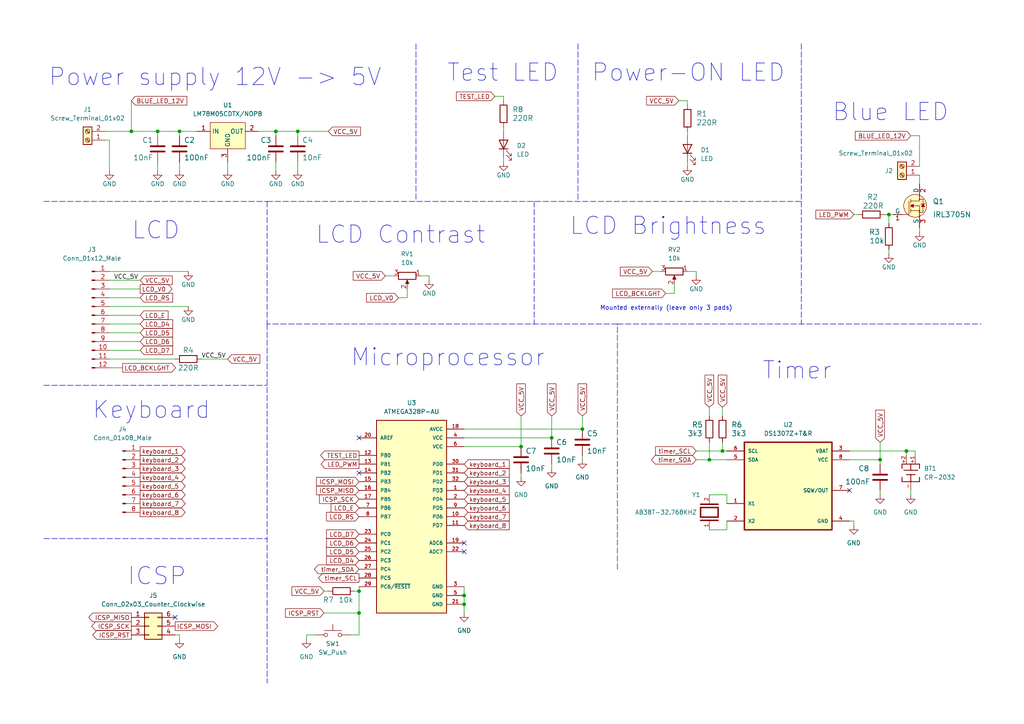
<source format=kicad_sch>
(kicad_sch (version 20211123) (generator eeschema)
  (paper "A4")
  (lib_symbols
    (symbol "Connector:Conn_01x08_Male" (pin_names (offset 1.016) hide)
      (property "Reference" "J" (at 0 10.16 0))
      (property "Value" "Conn_01x08_Male" (at 0 -12.7 0))
      (symbol "Conn_01x08_Male_1_1"
        (polyline (pts (xy 1.27 -10.16) (xy 0.8636 -10.16)) (stroke (width 0.1524)))
        (polyline (pts (xy 1.27 -7.62) (xy 0.8636 -7.62)) (stroke (width 0.1524)))
        (polyline (pts (xy 1.27 -5.08) (xy 0.8636 -5.08)) (stroke (width 0.1524)))
        (polyline (pts (xy 1.27 -2.54) (xy 0.8636 -2.54)) (stroke (width 0.1524)))
        (polyline (pts (xy 1.27 0) (xy 0.8636 0)) (stroke (width 0.1524)))
        (polyline (pts (xy 1.27 2.54) (xy 0.8636 2.54)) (stroke (width 0.1524)))
        (polyline (pts (xy 1.27 5.08) (xy 0.8636 5.08)) (stroke (width 0.1524)))
        (polyline (pts (xy 1.27 7.62) (xy 0.8636 7.62)) (stroke (width 0.1524)))
        (rectangle (start 0.8636 -10.033) (end 0 -10.287) (stroke (width 0.1524)) (fill (type outline)))
        (rectangle (start 0.8636 -7.493) (end 0 -7.747) (stroke (width 0.1524)) (fill (type outline)))
        (rectangle (start 0.8636 -4.953) (end 0 -5.207) (stroke (width 0.1524)) (fill (type outline)))
        (rectangle (start 0.8636 -2.413) (end 0 -2.667) (stroke (width 0.1524)) (fill (type outline)))
        (rectangle (start 0.8636 0.127) (end 0 -0.127) (stroke (width 0.1524)) (fill (type outline)))
        (rectangle (start 0.8636 2.667) (end 0 2.413) (stroke (width 0.1524)) (fill (type outline)))
        (rectangle (start 0.8636 5.207) (end 0 4.953) (stroke (width 0.1524)) (fill (type outline)))
        (rectangle (start 0.8636 7.747) (end 0 7.493) (stroke (width 0.1524)) (fill (type outline)))
        (pin passive line (at 5.08 7.62 180) (length 3.81) (name "Pin_1") (number "1"))
        (pin passive line (at 5.08 5.08 180) (length 3.81) (name "Pin_2") (number "2"))
        (pin passive line (at 5.08 2.54 180) (length 3.81) (name "Pin_3") (number "3"))
        (pin passive line (at 5.08 0 180) (length 3.81) (name "Pin_4") (number "4"))
        (pin passive line (at 5.08 -2.54 180) (length 3.81) (name "Pin_5") (number "5"))
        (pin passive line (at 5.08 -5.08 180) (length 3.81) (name "Pin_6") (number "6"))
        (pin passive line (at 5.08 -7.62 180) (length 3.81) (name "Pin_7") (number "7"))
        (pin passive line (at 5.08 -10.16 180) (length 3.81) (name "Pin_8") (number "8"))
      )
    )
    (symbol "Connector:Conn_01x12_Male" (pin_names (offset 1.016) hide)
      (property "Reference" "J" (at 0 15.24 0))
      (property "Value" "Conn_01x12_Male" (at 0 -17.78 0))
      (symbol "Conn_01x12_Male_1_1"
        (polyline (pts (xy 1.27 -15.24) (xy 0.8636 -15.24)) (stroke (width 0.1524)))
        (polyline (pts (xy 1.27 -12.7) (xy 0.8636 -12.7)) (stroke (width 0.1524)))
        (polyline (pts (xy 1.27 -10.16) (xy 0.8636 -10.16)) (stroke (width 0.1524)))
        (polyline (pts (xy 1.27 -7.62) (xy 0.8636 -7.62)) (stroke (width 0.1524)))
        (polyline (pts (xy 1.27 -5.08) (xy 0.8636 -5.08)) (stroke (width 0.1524)))
        (polyline (pts (xy 1.27 -2.54) (xy 0.8636 -2.54)) (stroke (width 0.1524)))
        (polyline (pts (xy 1.27 0) (xy 0.8636 0)) (stroke (width 0.1524)))
        (polyline (pts (xy 1.27 2.54) (xy 0.8636 2.54)) (stroke (width 0.1524)))
        (polyline (pts (xy 1.27 5.08) (xy 0.8636 5.08)) (stroke (width 0.1524)))
        (polyline (pts (xy 1.27 7.62) (xy 0.8636 7.62)) (stroke (width 0.1524)))
        (polyline (pts (xy 1.27 10.16) (xy 0.8636 10.16)) (stroke (width 0.1524)))
        (polyline (pts (xy 1.27 12.7) (xy 0.8636 12.7)) (stroke (width 0.1524)))
        (rectangle (start 0.8636 -15.113) (end 0 -15.367) (stroke (width 0.1524)) (fill (type outline)))
        (rectangle (start 0.8636 -12.573) (end 0 -12.827) (stroke (width 0.1524)) (fill (type outline)))
        (rectangle (start 0.8636 -10.033) (end 0 -10.287) (stroke (width 0.1524)) (fill (type outline)))
        (rectangle (start 0.8636 -7.493) (end 0 -7.747) (stroke (width 0.1524)) (fill (type outline)))
        (rectangle (start 0.8636 -4.953) (end 0 -5.207) (stroke (width 0.1524)) (fill (type outline)))
        (rectangle (start 0.8636 -2.413) (end 0 -2.667) (stroke (width 0.1524)) (fill (type outline)))
        (rectangle (start 0.8636 0.127) (end 0 -0.127) (stroke (width 0.1524)) (fill (type outline)))
        (rectangle (start 0.8636 2.667) (end 0 2.413) (stroke (width 0.1524)) (fill (type outline)))
        (rectangle (start 0.8636 5.207) (end 0 4.953) (stroke (width 0.1524)) (fill (type outline)))
        (rectangle (start 0.8636 7.747) (end 0 7.493) (stroke (width 0.1524)) (fill (type outline)))
        (rectangle (start 0.8636 10.287) (end 0 10.033) (stroke (width 0.1524)) (fill (type outline)))
        (rectangle (start 0.8636 12.827) (end 0 12.573) (stroke (width 0.1524)) (fill (type outline)))
        (pin passive line (at 5.08 12.7 180) (length 3.81) (name "Pin_1") (number "1"))
        (pin passive line (at 5.08 -10.16 180) (length 3.81) (name "Pin_10") (number "10"))
        (pin passive line (at 5.08 -12.7 180) (length 3.81) (name "Pin_11") (number "11"))
        (pin passive line (at 5.08 -15.24 180) (length 3.81) (name "Pin_12") (number "12"))
        (pin passive line (at 5.08 10.16 180) (length 3.81) (name "Pin_2") (number "2"))
        (pin passive line (at 5.08 7.62 180) (length 3.81) (name "Pin_3") (number "3"))
        (pin passive line (at 5.08 5.08 180) (length 3.81) (name "Pin_4") (number "4"))
        (pin passive line (at 5.08 2.54 180) (length 3.81) (name "Pin_5") (number "5"))
        (pin passive line (at 5.08 0 180) (length 3.81) (name "Pin_6") (number "6"))
        (pin passive line (at 5.08 -2.54 180) (length 3.81) (name "Pin_7") (number "7"))
        (pin passive line (at 5.08 -5.08 180) (length 3.81) (name "Pin_8") (number "8"))
        (pin passive line (at 5.08 -7.62 180) (length 3.81) (name "Pin_9") (number "9"))
      )
    )
    (symbol "Connector:Screw_Terminal_01x02" (pin_names (offset 1.016) hide)
      (property "Reference" "J" (at 0 2.54 0))
      (property "Value" "Screw_Terminal_01x02" (at 0 -5.08 0))
      (symbol "Screw_Terminal_01x02_1_1"
        (rectangle (start -1.27 1.27) (end 1.27 -3.81) (stroke (width 0.254)) (fill (type background)))
        (circle (center 0 -2.54) (radius 0.635) (stroke (width 0.1524)))
        (polyline (pts (xy -0.5334 -2.2098) (xy 0.3302 -3.048)) (stroke (width 0.1524)))
        (polyline (pts (xy -0.5334 0.3302) (xy 0.3302 -0.508)) (stroke (width 0.1524)))
        (polyline (pts (xy -0.3556 -2.032) (xy 0.508 -2.8702)) (stroke (width 0.1524)))
        (polyline (pts (xy -0.3556 0.508) (xy 0.508 -0.3302)) (stroke (width 0.1524)))
        (circle (center 0 0) (radius 0.635) (stroke (width 0.1524)))
        (pin passive line (at -5.08 0 0) (length 3.81) (name "Pin_1") (number "1"))
        (pin passive line (at -5.08 -2.54 0) (length 3.81) (name "Pin_2") (number "2"))
      )
    )
    (symbol "Connector_Generic:Conn_02x03_Counter_Clockwise" (pin_names (offset 1.016) hide)
      (property "Reference" "J" (at 1.27 5.08 0))
      (property "Value" "Conn_02x03_Counter_Clockwise" (at 1.27 -5.08 0))
      (symbol "Conn_02x03_Counter_Clockwise_1_1"
        (rectangle (start -1.27 -2.413) (end 0 -2.667) (stroke (width 0.1524)))
        (rectangle (start -1.27 0.127) (end 0 -0.127) (stroke (width 0.1524)))
        (rectangle (start -1.27 2.667) (end 0 2.413) (stroke (width 0.1524)))
        (rectangle (start -1.27 3.81) (end 3.81 -3.81) (stroke (width 0.254)) (fill (type background)))
        (rectangle (start 3.81 -2.413) (end 2.54 -2.667) (stroke (width 0.1524)))
        (rectangle (start 3.81 0.127) (end 2.54 -0.127) (stroke (width 0.1524)))
        (rectangle (start 3.81 2.667) (end 2.54 2.413) (stroke (width 0.1524)))
        (pin passive line (at -5.08 2.54 0) (length 3.81) (name "Pin_1") (number "1"))
        (pin passive line (at -5.08 0 0) (length 3.81) (name "Pin_2") (number "2"))
        (pin passive line (at -5.08 -2.54 0) (length 3.81) (name "Pin_3") (number "3"))
        (pin passive line (at 7.62 -2.54 180) (length 3.81) (name "Pin_4") (number "4"))
        (pin passive line (at 7.62 0 180) (length 3.81) (name "Pin_5") (number "5"))
        (pin passive line (at 7.62 2.54 180) (length 3.81) (name "Pin_6") (number "6"))
      )
    )
    (symbol "Device:LED" (pin_numbers hide) (pin_names (offset 1.016) hide)
      (property "Reference" "D" (at 0 2.54 0))
      (property "Value" "LED" (at 0 -2.54 0))
      (symbol "LED_0_1"
        (polyline (pts (xy -1.27 -1.27) (xy -1.27 1.27)) (stroke (width 0.254)))
        (polyline (pts (xy -1.27 0) (xy 1.27 0)))
        (polyline (pts (xy 1.27 -1.27) (xy 1.27 1.27) (xy -1.27 0) (xy 1.27 -1.27)) (stroke (width 0.254)))
        (polyline (pts (xy -3.048 -0.762) (xy -4.572 -2.286) (xy -3.81 -2.286) (xy -4.572 -2.286) (xy -4.572 -1.524)))
        (polyline (pts (xy -1.778 -0.762) (xy -3.302 -2.286) (xy -2.54 -2.286) (xy -3.302 -2.286) (xy -3.302 -1.524)))
      )
      (symbol "LED_1_1"
        (pin passive line (at -3.81 0 0) (length 2.54) (name "K") (number "1"))
        (pin passive line (at 3.81 0 180) (length 2.54) (name "A") (number "2"))
      )
    )
    (symbol "Device:R_Potentiometer" (pin_names (offset 1.016) hide)
      (property "Reference" "RV" (at -4.445 0 90))
      (property "Value" "R_Potentiometer" (at -2.54 0 90))
      (symbol "R_Potentiometer_0_1"
        (polyline (pts (xy 2.54 0) (xy 1.524 0)))
        (polyline (pts (xy 1.143 0) (xy 2.286 0.508) (xy 2.286 -0.508) (xy 1.143 0)) (fill (type outline)))
        (rectangle (start 1.016 2.54) (end -1.016 -2.54) (stroke (width 0.254)))
      )
      (symbol "R_Potentiometer_1_1"
        (pin passive line (at 0 3.81 270) (length 1.27) (name "1") (number "1"))
        (pin passive line (at 3.81 0 180) (length 1.27) (name "2") (number "2"))
        (pin passive line (at 0 -3.81 90) (length 1.27) (name "3") (number "3"))
      )
    )
    (symbol "Switch:SW_Push" (pin_numbers hide) (pin_names (offset 1.016) hide)
      (property "Reference" "SW" (at 1.27 2.54 0))
      (property "Value" "SW_Push" (at 0 -1.524 0))
      (symbol "SW_Push_0_1"
        (circle (center -2.032 0) (radius 0.508))
        (polyline (pts (xy 0 1.27) (xy 0 3.048)))
        (polyline (pts (xy 2.54 1.27) (xy -2.54 1.27)))
        (circle (center 2.032 0) (radius 0.508))
        (pin passive line (at -5.08 0 0) (length 2.54) (name "1") (number "1"))
        (pin passive line (at 5.08 0 180) (length 2.54) (name "2") (number "2"))
      )
    )
    (symbol "iridiumAVR:ATMEGA328P-AU" (pin_names (offset 1.016))
      (property "Reference" "U" (at -10.1755 29.2546 0))
      (property "Value" "ATMEGA328P-AU" (at -10.1669 -31.7714 0))
      (symbol "ATMEGA328P-AU_0_0"
        (rectangle (start -10.16 -27.94) (end 10.16 27.94) (stroke (width 0.254)) (fill (type background)))
        (pin bidirectional line (at 15.24 7.62 180) (length 5.08) (name "PD3") (number "1"))
        (pin bidirectional line (at 15.24 0 180) (length 5.08) (name "PD6") (number "10"))
        (pin bidirectional line (at 15.24 -2.54 180) (length 5.08) (name "PD7") (number "11"))
        (pin bidirectional line (at -15.24 17.78 0) (length 5.08) (name "PB0") (number "12"))
        (pin bidirectional line (at -15.24 15.24 0) (length 5.08) (name "PB1") (number "13"))
        (pin bidirectional line (at -15.24 12.7 0) (length 5.08) (name "PB2") (number "14"))
        (pin bidirectional line (at -15.24 10.16 0) (length 5.08) (name "PB3") (number "15"))
        (pin bidirectional line (at -15.24 7.62 0) (length 5.08) (name "PB4") (number "16"))
        (pin bidirectional line (at -15.24 5.08 0) (length 5.08) (name "PB5") (number "17"))
        (pin power_in line (at 15.24 25.4 180) (length 5.08) (name "AVCC") (number "18"))
        (pin bidirectional line (at 15.24 -7.62 180) (length 5.08) (name "ADC6") (number "19"))
        (pin bidirectional line (at 15.24 5.08 180) (length 5.08) (name "PD4") (number "2"))
        (pin input line (at -15.24 22.86 0) (length 5.08) (name "AREF") (number "20"))
        (pin power_in line (at 15.24 -25.4 180) (length 5.08) (name "GND") (number "21"))
        (pin bidirectional line (at 15.24 -10.16 180) (length 5.08) (name "ADC7") (number "22"))
        (pin bidirectional line (at -15.24 -5.08 0) (length 5.08) (name "PC0") (number "23"))
        (pin bidirectional line (at -15.24 -7.62 0) (length 5.08) (name "PC1") (number "24"))
        (pin bidirectional line (at -15.24 -10.16 0) (length 5.08) (name "PC2") (number "25"))
        (pin bidirectional line (at -15.24 -12.7 0) (length 5.08) (name "PC3") (number "26"))
        (pin bidirectional line (at -15.24 -15.24 0) (length 5.08) (name "PC4") (number "27"))
        (pin bidirectional line (at -15.24 -17.78 0) (length 5.08) (name "PC5") (number "28"))
        (pin bidirectional line (at -15.24 -20.32 0) (length 5.08) (name "PC6/~{RESET}") (number "29"))
        (pin power_in line (at 15.24 -20.32 180) (length 5.08) (name "GND") (number "3"))
        (pin bidirectional line (at 15.24 15.24 180) (length 5.08) (name "PD0") (number "30"))
        (pin bidirectional line (at 15.24 12.7 180) (length 5.08) (name "PD1") (number "31"))
        (pin bidirectional line (at 15.24 10.16 180) (length 5.08) (name "PD2") (number "32"))
        (pin power_in line (at 15.24 22.86 180) (length 5.08) (name "VCC") (number "4"))
        (pin power_in line (at 15.24 -22.86 180) (length 5.08) (name "GND") (number "5"))
        (pin power_in line (at 15.24 20.32 180) (length 5.08) (name "VCC") (number "6"))
        (pin bidirectional line (at -15.24 2.54 0) (length 5.08) (name "PB6") (number "7"))
        (pin bidirectional line (at -15.24 0 0) (length 5.08) (name "PB7") (number "8"))
        (pin bidirectional line (at 15.24 2.54 180) (length 5.08) (name "PD5") (number "9"))
      )
    )
    (symbol "iridiumCapacitorsSMD:C_0402" (pin_names (offset 0))
      (property "Reference" "C" (at -1.397 3.429 0))
      (property "Value" "C_0402" (at 0 -3.81 0))
      (symbol "C_0402_1_1"
        (polyline (pts (xy -2.032 -0.762) (xy 2.032 -0.762)) (stroke (width 0.508)))
        (polyline (pts (xy -2.032 0.762) (xy 2.032 0.762)) (stroke (width 0.508)))
        (pin passive line (at 0 3.81 270) (length 2.794) (name "~") (number "1"))
        (pin passive line (at 0 -3.81 90) (length 2.794) (name "~") (number "2"))
      )
    )
    (symbol "iridiumLinearVoltageRegulators:LM78M05CDTX{slash}NOPB"
      (property "Reference" "U" (at 0 7.62 0))
      (property "Value" "LM78M05CDTX{slash}NOPB" (at 0 5.08 0))
      (symbol "LM78M05CDTX{slash}NOPB_0_1"
        (rectangle (start -5.08 3.81) (end 5.08 -3.81) (fill (type background)))
      )
      (symbol "LM78M05CDTX{slash}NOPB_1_1"
        (pin input line (at -8.89 1.27 0) (length 3.81) (name "IN") (number "1"))
        (pin output line (at 8.89 1.27 180) (length 3.81) (name "OUT") (number "2"))
        (pin input line (at 0 -7.62 90) (length 3.81) (name "GND") (number "3"))
      )
    )
    (symbol "iridiumOscillators:AB38T-32.768KHZ" (pin_names (offset 1.016))
      (property "Reference" "Y" (at -5.0878 3.8159 0))
      (property "Value" "AB38T-32.768KHZ" (at -7.62 -5.08 0))
      (symbol "AB38T-32.768KHZ_0_0"
        (polyline (pts (xy -2.3368 2.54) (xy -2.3368 -2.54)) (stroke (width 0.4064)))
        (polyline (pts (xy -1.397 2.54) (xy -1.397 -2.54)) (stroke (width 0.4064)))
        (polyline (pts (xy -1.397 2.54) (xy 1.397 2.54)) (stroke (width 0.4064)))
        (polyline (pts (xy 1.397 -2.54) (xy -1.397 -2.54)) (stroke (width 0.4064)))
        (polyline (pts (xy 1.397 2.54) (xy 1.397 -2.54)) (stroke (width 0.4064)))
        (polyline (pts (xy 2.3368 2.54) (xy 2.3368 -2.54)) (stroke (width 0.4064)))
        (pin passive line (at -5.08 0 0) (length 2.54) (name "~") (number "1"))
        (pin passive line (at 5.08 0 180) (length 2.54) (name "~") (number "2"))
      )
    )
    (symbol "iridiumPower:CR-2032" (pin_names (offset 1.016))
      (property "Reference" "BT" (at -2.5413 3.3037 0))
      (property "Value" "CR-2032" (at -2.5428 -5.0855 0))
      (symbol "CR-2032_0_0"
        (polyline (pts (xy -2.54 -2.54) (xy -1.27 -2.54)) (stroke (width 0.254)))
        (polyline (pts (xy -2.54 0) (xy -2.54 -2.54)) (stroke (width 0.254)))
        (polyline (pts (xy -2.54 0) (xy -0.762 0)) (stroke (width 0.254)))
        (polyline (pts (xy -2.54 2.54) (xy -2.54 0)) (stroke (width 0.254)))
        (polyline (pts (xy -1.27 2.54) (xy -2.54 2.54)) (stroke (width 0.254)))
        (polyline (pts (xy -0.762 2.032) (xy -0.762 -2.032)) (stroke (width 0.254)))
        (polyline (pts (xy 0.508 0) (xy 0.508 -1.27)) (stroke (width 0.254)))
        (polyline (pts (xy 0.508 0) (xy 2.54 0)) (stroke (width 0.254)))
        (polyline (pts (xy 0.508 1.27) (xy 0.508 0)) (stroke (width 0.254)))
        (polyline (pts (xy 1.27 2.54) (xy 2.54 2.54)) (stroke (width 0.254)))
        (polyline (pts (xy 2.54 -2.54) (xy 1.27 -2.54)) (stroke (width 0.254)))
        (polyline (pts (xy 2.54 0) (xy 2.54 -2.54)) (stroke (width 0.254)))
        (polyline (pts (xy 2.54 2.54) (xy 2.54 0)) (stroke (width 0.254)))
        (pin passive line (at -5.08 1.27 0) (length 2.54) (name "~") (number "+1"))
        (pin passive line (at -5.08 -1.27 0) (length 2.54) (name "~") (number "+2"))
        (pin passive line (at 5.08 0 180) (length 2.54) (name "~") (number "-"))
      )
    )
    (symbol "iridiumResistorsSMD:R_0402" (pin_names (offset 0))
      (property "Reference" "R" (at -1.397 3.429 0))
      (property "Value" "R_0402" (at 0 -3.81 0))
      (symbol "R_0402_1_1"
        (rectangle (start 2.54 -1.016) (end -2.54 1.016) (stroke (width 0.254)))
        (pin passive line (at -3.81 0 0) (length 1.27) (name "~") (number "1"))
        (pin passive line (at 3.81 0 180) (length 1.27) (name "~") (number "2"))
      )
    )
    (symbol "iridiumSensors:DS1307Z+T&R" (pin_names (offset 1.016))
      (property "Reference" "U" (at -12.7 13.7 0))
      (property "Value" "DS1307Z+T&R" (at -12.7 -16.7 0))
      (symbol "DS1307Z+T&R_0_0"
        (rectangle (start -12.7 -12.7) (end 12.7 12.7) (stroke (width 0.41)) (fill (type background)))
        (pin input line (at -17.78 -5.08 0) (length 5.08) (name "X1") (number "1"))
        (pin output line (at -17.78 -10.16 0) (length 5.08) (name "X2") (number "2"))
        (pin power_in line (at 17.78 10.16 180) (length 5.08) (name "VBAT") (number "3"))
        (pin power_in line (at 17.78 -10.16 180) (length 5.08) (name "GND") (number "4"))
        (pin bidirectional line (at -17.78 7.62 0) (length 5.08) (name "SDA") (number "5"))
        (pin input line (at -17.78 10.16 0) (length 5.08) (name "SCL") (number "6"))
        (pin output line (at 17.78 -1.27 180) (length 5.08) (name "SQW/OUT") (number "7"))
        (pin power_in line (at 17.78 7.62 180) (length 5.08) (name "VCC") (number "8"))
      )
    )
    (symbol "iridiumTransistorsMOSFETs:IRL3705N" (pin_names (offset 0))
      (property "Reference" "Q" (at -2.6924 3.6322 0))
      (property "Value" "IRL3705N" (at 3.4544 0 90))
      (symbol "IRL3705N_0_1"
        (circle (center -1.27 0) (radius 3.302) (fill (type background)))
        (circle (center 0 -1.905) (radius 0.127))
        (circle (center 0 -1.397) (radius 0.127))
        (polyline (pts (xy 0 -1.397) (xy -2.54 -1.397)))
        (polyline (pts (xy 0.508 0.508) (xy 0.3556 0.3556)))
        (polyline (pts (xy 1.524 0.508) (xy 1.6764 0.6604)))
        (polyline (pts (xy -5.08 -2.54) (xy -3.048 -2.54) (xy -3.048 1.397)))
        (polyline (pts (xy 0 -2.54) (xy 0 0) (xy -2.54 0)))
        (polyline (pts (xy 0 2.54) (xy 0 1.397) (xy -2.54 1.397)))
        (polyline (pts (xy -0.127 -1.905) (xy 1.016 -1.905) (xy 1.016 1.397) (xy 1.016 1.905) (xy -0.127 1.905)))
        (circle (center 0 1.905) (radius 0.127))
      )
      (symbol "IRL3705N_1_1"
        (polyline (pts (xy -2.54 -1.397) (xy -2.54 -1.905)))
        (polyline (pts (xy -2.54 -1.397) (xy -2.54 -0.889)))
        (polyline (pts (xy -2.54 0) (xy -2.54 -0.508)))
        (polyline (pts (xy -2.54 0) (xy -2.54 0.508)))
        (polyline (pts (xy -2.54 1.905) (xy -2.54 0.889)))
        (polyline (pts (xy 1.524 0.508) (xy 0.508 0.508)))
        (polyline (pts (xy -2.54 0) (xy -1.778 0.508) (xy -1.778 -0.508) (xy -2.54 0)) (fill (type outline)))
        (polyline (pts (xy 1.016 0.508) (xy 0.508 -0.254) (xy 1.524 -0.254) (xy 1.016 0.508)) (fill (type outline)))
        (pin bidirectional line (at -7.62 -2.54 0) (length 2.54) (name "G") (number "1"))
        (pin bidirectional line (at 0 6.35 270) (length 3.81) (name "D") (number "2"))
        (pin bidirectional line (at 0 -6.35 90) (length 3.81) (name "S") (number "3"))
      )
    )
    (symbol "power:GND" (power) (pin_names (offset 0))
      (property "Value" "GND" (at 0 -3.81 0))
      (symbol "GND_0_1"
        (polyline (pts (xy 0 0) (xy 0 -1.27) (xy 1.27 -1.27) (xy 0 -2.54) (xy -1.27 -1.27) (xy 0 -1.27)))
      )
      (symbol "GND_1_1"
        (pin power_in line (at 0 0 270) (length 0) hide (name "GND") (number "1"))
      )
    )
  )
  (junction (at 209.55 130.81))
  (junction (at 151.13 129.54))
  (junction (at 257.81 62.23))
  (junction (at 160.02 127))
  (junction (at 45.72 38.1))
  (junction (at 134.62 172.72))
  (junction (at 86.36 38.1))
  (junction (at 38.1 38.1))
  (junction (at 262.89 130.81))
  (junction (at 104.14 171.45))
  (junction (at 255.27 133.35))
  (junction (at 205.74 133.35))
  (junction (at 168.91 124.46))
  (junction (at 80.01 38.1))
  (junction (at 52.07 38.1))
  (junction (at 134.62 175.26))
  (junction (at 104.14 177.8))
  (no_connect (at 104.14 127))
  (no_connect (at 246.38 142.24))
  (no_connect (at 50.8 179.07))
  (no_connect (at 134.62 160.02))
  (no_connect (at 134.62 157.48))
  (no_connect (at 104.14 137.16))
  (wire (pts (xy 31.75 40.64) (xy 31.75 49.53)))
  (wire (pts (xy 31.75 104.14) (xy 50.8 104.14)))
  (wire (pts (xy 134.62 170.18) (xy 134.62 172.72)))
  (wire (pts (xy 104.14 177.8) (xy 104.14 184.15)))
  (wire (pts (xy 146.05 36.83) (xy 146.05 38.1)))
  (wire (pts (xy 102.87 171.45) (xy 104.14 171.45)))
  (wire (pts (xy 118.11 86.36) (xy 115.57 86.36)))
  (wire (pts (xy 199.39 78.74) (xy 201.93 78.74)))
  (wire (pts (xy 52.07 38.1) (xy 57.15 38.1)))
  (wire (pts (xy 58.42 104.14) (xy 66.04 104.14)))
  (wire (pts (xy 264.16 39.37) (xy 266.7 39.37)))
  (wire (pts (xy 104.14 170.18) (xy 104.14 171.45)))
  (wire (pts (xy 266.7 66.04) (xy 266.7 67.31)))
  (wire (pts (xy 134.62 175.26) (xy 134.62 177.8)))
  (wire (pts (xy 257.81 62.23) (xy 259.08 62.23)))
  (wire (pts (xy 146.05 27.94) (xy 146.05 29.21)))
  (wire (pts (xy 80.01 38.1) (xy 86.36 38.1)))
  (wire (pts (xy 31.75 86.36) (xy 40.64 86.36)))
  (wire (pts (xy 30.48 38.1) (xy 38.1 38.1)))
  (wire (pts (xy 247.65 62.23) (xy 248.92 62.23)))
  (wire (pts (xy 168.91 120.65) (xy 168.91 124.46)))
  (wire (pts (xy 209.55 128.27) (xy 209.55 130.81)))
  (wire (pts (xy 104.14 171.45) (xy 104.14 177.8)))
  (wire (pts (xy 246.38 130.81) (xy 262.89 130.81)))
  (wire (pts (xy 195.58 85.09) (xy 193.04 85.09)))
  (wire (pts (xy 31.75 88.9) (xy 54.61 88.9)))
  (wire (pts (xy 31.75 81.28) (xy 40.64 81.28)))
  (wire (pts (xy 45.72 38.1) (xy 45.72 39.37)))
  (wire (pts (xy 80.01 38.1) (xy 80.01 39.37)))
  (wire (pts (xy 31.75 78.74) (xy 54.61 78.74)))
  (polyline (pts (xy 12.7 58.42) (xy 77.47 58.42)))
  (wire (pts (xy 201.93 78.74) (xy 201.93 80.01)))
  (wire (pts (xy 151.13 120.65) (xy 151.13 129.54)))
  (polyline (pts (xy 154.94 58.42) (xy 154.94 93.98)))
  (wire (pts (xy 124.46 80.01) (xy 124.46 81.28)))
  (wire (pts (xy 134.62 124.46) (xy 168.91 124.46)))
  (wire (pts (xy 52.07 46.99) (xy 52.07 49.53)))
  (wire (pts (xy 195.58 82.55) (xy 195.58 85.09)))
  (wire (pts (xy 86.36 46.99) (xy 86.36 49.53)))
  (wire (pts (xy 104.14 184.15) (xy 101.6 184.15)))
  (wire (pts (xy 50.8 184.15) (xy 52.07 184.15)))
  (wire (pts (xy 247.65 151.13) (xy 247.65 152.4)))
  (polyline (pts (xy 120.65 12.7) (xy 120.65 58.42)))
  (wire (pts (xy 255.27 133.35) (xy 255.27 134.62)))
  (wire (pts (xy 134.62 172.72) (xy 134.62 175.26)))
  (wire (pts (xy 121.92 80.01) (xy 124.46 80.01)))
  (wire (pts (xy 31.75 101.6) (xy 40.64 101.6)))
  (wire (pts (xy 210.82 153.67) (xy 205.74 153.67)))
  (wire (pts (xy 199.39 46.99) (xy 199.39 48.26)))
  (wire (pts (xy 91.44 184.15) (xy 88.9 184.15)))
  (wire (pts (xy 205.74 133.35) (xy 210.82 133.35)))
  (wire (pts (xy 93.98 171.45) (xy 95.25 171.45)))
  (wire (pts (xy 151.13 137.16) (xy 151.13 138.43)))
  (wire (pts (xy 45.72 46.99) (xy 45.72 49.53)))
  (wire (pts (xy 210.82 146.05) (xy 210.82 143.51)))
  (wire (pts (xy 209.55 130.81) (xy 210.82 130.81)))
  (wire (pts (xy 205.74 128.27) (xy 205.74 133.35)))
  (wire (pts (xy 45.72 38.1) (xy 52.07 38.1)))
  (wire (pts (xy 66.04 46.99) (xy 66.04 49.53)))
  (wire (pts (xy 52.07 184.15) (xy 52.07 185.42)))
  (polyline (pts (xy 179.07 93.98) (xy 284.48 93.98)))
  (wire (pts (xy 38.1 38.1) (xy 45.72 38.1)))
  (wire (pts (xy 201.93 130.81) (xy 209.55 130.81)))
  (wire (pts (xy 210.82 151.13) (xy 210.82 153.67)))
  (wire (pts (xy 143.51 27.94) (xy 146.05 27.94)))
  (wire (pts (xy 189.23 78.74) (xy 191.77 78.74)))
  (wire (pts (xy 86.36 38.1) (xy 86.36 39.37)))
  (polyline (pts (xy 232.41 12.7) (xy 232.41 93.98)))
  (wire (pts (xy 209.55 118.11) (xy 209.55 120.65)))
  (wire (pts (xy 134.62 127) (xy 160.02 127)))
  (polyline (pts (xy 12.7 156.21) (xy 77.47 156.21)))
  (polyline (pts (xy 179.07 165.1) (xy 179.07 93.98)))
  (wire (pts (xy 74.93 38.1) (xy 80.01 38.1)))
  (wire (pts (xy 256.54 62.23) (xy 257.81 62.23)))
  (wire (pts (xy 199.39 38.1) (xy 199.39 39.37)))
  (wire (pts (xy 257.81 72.39) (xy 257.81 73.66)))
  (wire (pts (xy 196.85 29.21) (xy 199.39 29.21)))
  (wire (pts (xy 86.36 38.1) (xy 95.25 38.1)))
  (polyline (pts (xy 12.7 111.76) (xy 77.47 111.76)))
  (wire (pts (xy 168.91 132.08) (xy 168.91 133.35)))
  (wire (pts (xy 30.48 40.64) (xy 31.75 40.64)))
  (wire (pts (xy 134.62 129.54) (xy 151.13 129.54)))
  (wire (pts (xy 210.82 143.51) (xy 205.74 143.51)))
  (wire (pts (xy 118.11 83.82) (xy 118.11 86.36)))
  (wire (pts (xy 257.81 62.23) (xy 257.81 64.77)))
  (wire (pts (xy 201.93 133.35) (xy 205.74 133.35)))
  (wire (pts (xy 246.38 151.13) (xy 247.65 151.13)))
  (wire (pts (xy 31.75 83.82) (xy 40.64 83.82)))
  (wire (pts (xy 80.01 46.99) (xy 80.01 49.53)))
  (wire (pts (xy 31.75 106.68) (xy 35.56 106.68)))
  (polyline (pts (xy 77.47 58.42) (xy 77.47 93.98)))
  (wire (pts (xy 255.27 142.24) (xy 255.27 143.51)))
  (polyline (pts (xy 77.47 58.42) (xy 232.41 58.42)))
  (wire (pts (xy 88.9 184.15) (xy 88.9 185.42)))
  (wire (pts (xy 199.39 29.21) (xy 199.39 30.48)))
  (polyline (pts (xy 167.64 12.7) (xy 167.64 58.42)))
  (wire (pts (xy 262.89 130.81) (xy 265.43 130.81)))
  (wire (pts (xy 31.75 93.98) (xy 40.64 93.98)))
  (wire (pts (xy 93.98 177.8) (xy 104.14 177.8)))
  (wire (pts (xy 31.75 99.06) (xy 40.64 99.06)))
  (wire (pts (xy 255.27 133.35) (xy 255.27 128.27)))
  (polyline (pts (xy 77.47 93.98) (xy 77.47 198.12)))
  (wire (pts (xy 262.89 130.81) (xy 262.89 132.08)))
  (wire (pts (xy 160.02 120.65) (xy 160.02 127)))
  (wire (pts (xy 266.7 39.37) (xy 266.7 48.26)))
  (wire (pts (xy 38.1 29.21) (xy 38.1 38.1)))
  (wire (pts (xy 266.7 50.8) (xy 266.7 53.34)))
  (wire (pts (xy 52.07 38.1) (xy 52.07 39.37)))
  (wire (pts (xy 146.05 45.72) (xy 146.05 46.99)))
  (wire (pts (xy 31.75 96.52) (xy 40.64 96.52)))
  (wire (pts (xy 111.76 80.01) (xy 114.3 80.01)))
  (wire (pts (xy 160.02 134.62) (xy 160.02 135.89)))
  (wire (pts (xy 246.38 133.35) (xy 255.27 133.35)))
  (wire (pts (xy 265.43 130.81) (xy 265.43 132.08)))
  (wire (pts (xy 205.74 118.11) (xy 205.74 120.65)))
  (wire (pts (xy 31.75 91.44) (xy 40.64 91.44)))
  (polyline (pts (xy 179.07 93.98) (xy 77.47 93.98)))
  (wire (pts (xy 264.16 142.24) (xy 264.16 143.51)))
  (text "LCD Brightness" (at 165.1 68.58 0) (effects (font (size 5 5)) (justify left bottom)))
  (text "Timer" (at 220.98 110.49 0) (effects (font (size 5 5)) (justify left bottom)))
  (text "Keyboard" (at 26.67 121.92 0) (effects (font (size 5 5)) (justify left bottom)))
  (text "LCD" (at 38.1 69.85 0) (effects (font (size 5 5)) (justify left bottom)))
  (text "LCD Contrast" (at 91.44 71.12 0) (effects (font (size 5 5)) (justify left bottom)))
  (text "ICSP" (at 36.83 170.18 0) (effects (font (size 5 5)) (justify left bottom)))
  (text "Test LED" (at 129.54 24.13 0) (effects (font (size 5 5)) (justify left bottom)))
  (text "Power supply 12V -> 5V" (at 13.97 25.4 0) (effects (font (size 5 5)) (justify left bottom)))
  (text "Power-ON LED" (at 171.45 24.13 0) (effects (font (size 5 5)) (justify left bottom)))
  (text "Microprocessor" (at 101.6 106.68 0) (effects (font (size 5 5)) (justify left bottom)))
  (text "Blue LED" (at 241.3 35.56 0) (effects (font (size 5 5)) (justify left bottom)))
  (text "Mounted externally (leave only 3 pads)" (at 173.99 90.17 0) (effects (font (size 1.27 1.27)) (justify left bottom)))
  (label "VCC_5V" (at 33.02 81.28 0))
  (label "VCC_5V" (at 58.42 104.14 0))
  (global_label "BLUE_LED_12V" (shape input) (at 264.16 39.37 180) (property "Intersheet References" "${INTERSHEET_REFS}" (effects hide)))
  (global_label "LCD_BCKLGHT" (shape input) (at 193.04 85.09 180) (property "Intersheet References" "${INTERSHEET_REFS}" (effects hide)))
  (global_label "keyboard_4" (shape input) (at 134.62 142.24 0) (property "Intersheet References" "${INTERSHEET_REFS}" (effects hide)))
  (global_label "keyboard_3" (shape input) (at 134.62 139.7 0) (property "Intersheet References" "${INTERSHEET_REFS}" (effects hide)))
  (global_label "VCC_5V" (shape input) (at 93.98 171.45 180) (property "Intersheet References" "${INTERSHEET_REFS}" (effects hide)))
  (global_label "keyboard_7" (shape input) (at 134.62 149.86 0) (property "Intersheet References" "${INTERSHEET_REFS}" (effects hide)))
  (global_label "LCD_D6" (shape input) (at 40.64 99.06 0) (property "Intersheet References" "${INTERSHEET_REFS}" (effects hide)))
  (global_label "ICSP_RST" (shape output) (at 38.1 184.15 180) (property "Intersheet References" "${INTERSHEET_REFS}" (effects hide)))
  (global_label "timer_SDA" (shape bidirectional) (at 201.93 133.35 180) (property "Intersheet References" "${INTERSHEET_REFS}" (effects hide)))
  (global_label "LCD_E" (shape input) (at 40.64 91.44 0) (property "Intersheet References" "${INTERSHEET_REFS}" (effects hide)))
  (global_label "keyboard_4" (shape output) (at 40.64 138.43 0) (property "Intersheet References" "${INTERSHEET_REFS}" (effects hide)))
  (global_label "VCC_5V" (shape input) (at 160.02 120.65 90) (property "Intersheet References" "${INTERSHEET_REFS}" (effects hide)))
  (global_label "keyboard_5" (shape input) (at 134.62 144.78 0) (property "Intersheet References" "${INTERSHEET_REFS}" (effects hide)))
  (global_label "VCC_5V" (shape input) (at 255.27 128.27 90) (property "Intersheet References" "${INTERSHEET_REFS}" (effects hide)))
  (global_label "LCD_BCKLGHT" (shape output) (at 35.56 106.68 0) (property "Intersheet References" "${INTERSHEET_REFS}" (effects hide)))
  (global_label "LCD_D5" (shape input) (at 40.64 96.52 0) (property "Intersheet References" "${INTERSHEET_REFS}" (effects hide)))
  (global_label "LED_PWM" (shape input) (at 247.65 62.23 180) (property "Intersheet References" "${INTERSHEET_REFS}" (effects hide)))
  (global_label "timer_SCL" (shape output) (at 104.14 167.64 180) (property "Intersheet References" "${INTERSHEET_REFS}" (effects hide)))
  (global_label "keyboard_1" (shape input) (at 134.62 134.62 0) (property "Intersheet References" "${INTERSHEET_REFS}" (effects hide)))
  (global_label "VCC_5V" (shape input) (at 40.64 81.28 0) (property "Intersheet References" "${INTERSHEET_REFS}" (effects hide)))
  (global_label "keyboard_8" (shape output) (at 40.64 148.59 0) (property "Intersheet References" "${INTERSHEET_REFS}" (effects hide)))
  (global_label "keyboard_8" (shape input) (at 134.62 152.4 0) (property "Intersheet References" "${INTERSHEET_REFS}" (effects hide)))
  (global_label "keyboard_3" (shape output) (at 40.64 135.89 0) (property "Intersheet References" "${INTERSHEET_REFS}" (effects hide)))
  (global_label "VCC_5V" (shape input) (at 111.76 80.01 180) (property "Intersheet References" "${INTERSHEET_REFS}" (effects hide)))
  (global_label "ICSP_MISO" (shape output) (at 38.1 179.07 180) (property "Intersheet References" "${INTERSHEET_REFS}" (effects hide)))
  (global_label "keyboard_5" (shape output) (at 40.64 140.97 0) (property "Intersheet References" "${INTERSHEET_REFS}" (effects hide)))
  (global_label "LCD_E" (shape input) (at 104.14 147.32 180) (property "Intersheet References" "${INTERSHEET_REFS}" (effects hide)))
  (global_label "LCD_V0" (shape input) (at 115.57 86.36 180) (property "Intersheet References" "${INTERSHEET_REFS}" (effects hide)))
  (global_label "keyboard_7" (shape output) (at 40.64 146.05 0) (property "Intersheet References" "${INTERSHEET_REFS}" (effects hide)))
  (global_label "keyboard_1" (shape output) (at 40.64 130.81 0) (property "Intersheet References" "${INTERSHEET_REFS}" (effects hide)))
  (global_label "LCD_D4" (shape input) (at 40.64 93.98 0) (property "Intersheet References" "${INTERSHEET_REFS}" (effects hide)))
  (global_label "LCD_V0" (shape output) (at 40.64 83.82 0) (property "Intersheet References" "${INTERSHEET_REFS}" (effects hide)))
  (global_label "timer_SDA" (shape bidirectional) (at 104.14 165.1 180) (property "Intersheet References" "${INTERSHEET_REFS}" (effects hide)))
  (global_label "VCC_5V" (shape input) (at 66.04 104.14 0) (property "Intersheet References" "${INTERSHEET_REFS}" (effects hide)))
  (global_label "keyboard_2" (shape output) (at 40.64 133.35 0) (property "Intersheet References" "${INTERSHEET_REFS}" (effects hide)))
  (global_label "keyboard_6" (shape output) (at 40.64 143.51 0) (property "Intersheet References" "${INTERSHEET_REFS}" (effects hide)))
  (global_label "BLUE_LED_12V" (shape input) (at 38.1 29.21 0) (property "Intersheet References" "${INTERSHEET_REFS}" (effects hide)))
  (global_label "VCC_5V" (shape input) (at 151.13 120.65 90) (property "Intersheet References" "${INTERSHEET_REFS}" (effects hide)))
  (global_label "VCC_5V" (shape input) (at 168.91 120.65 90) (property "Intersheet References" "${INTERSHEET_REFS}" (effects hide)))
  (global_label "timer_SCL" (shape input) (at 201.93 130.81 180) (property "Intersheet References" "${INTERSHEET_REFS}" (effects hide)))
  (global_label "VCC_5V" (shape input) (at 205.74 118.11 90) (property "Intersheet References" "${INTERSHEET_REFS}" (effects hide)))
  (global_label "LCD_D6" (shape input) (at 104.14 157.48 180) (property "Intersheet References" "${INTERSHEET_REFS}" (effects hide)))
  (global_label "ICSP_MISO" (shape input) (at 104.14 142.24 180) (property "Intersheet References" "${INTERSHEET_REFS}" (effects hide)))
  (global_label "VCC_5V" (shape input) (at 209.55 118.11 90) (property "Intersheet References" "${INTERSHEET_REFS}" (effects hide)))
  (global_label "ICSP_MOSI" (shape output) (at 50.8 181.61 0) (property "Intersheet References" "${INTERSHEET_REFS}" (effects hide)))
  (global_label "ICSP_MOSI" (shape input) (at 104.14 139.7 180) (property "Intersheet References" "${INTERSHEET_REFS}" (effects hide)))
  (global_label "VCC_5V" (shape input) (at 189.23 78.74 180) (property "Intersheet References" "${INTERSHEET_REFS}" (effects hide)))
  (global_label "LCD_D7" (shape input) (at 104.14 154.94 180) (property "Intersheet References" "${INTERSHEET_REFS}" (effects hide)))
  (global_label "ICSP_RST" (shape input) (at 93.98 177.8 180) (property "Intersheet References" "${INTERSHEET_REFS}" (effects hide)))
  (global_label "LCD_D5" (shape input) (at 104.14 160.02 180) (property "Intersheet References" "${INTERSHEET_REFS}" (effects hide)))
  (global_label "LCD_D4" (shape input) (at 104.14 162.56 180) (property "Intersheet References" "${INTERSHEET_REFS}" (effects hide)))
  (global_label "keyboard_6" (shape input) (at 134.62 147.32 0) (property "Intersheet References" "${INTERSHEET_REFS}" (effects hide)))
  (global_label "TEST_LED" (shape output) (at 104.14 132.08 180) (property "Intersheet References" "${INTERSHEET_REFS}" (effects hide)))
  (global_label "VCC_5V" (shape input) (at 95.25 38.1 0) (property "Intersheet References" "${INTERSHEET_REFS}" (effects hide)))
  (global_label "keyboard_2" (shape input) (at 134.62 137.16 0) (property "Intersheet References" "${INTERSHEET_REFS}" (effects hide)))
  (global_label "ICSP_SCK" (shape output) (at 38.1 181.61 180) (property "Intersheet References" "${INTERSHEET_REFS}" (effects hide)))
  (global_label "LCD_RS" (shape input) (at 40.64 86.36 0) (property "Intersheet References" "${INTERSHEET_REFS}" (effects hide)))
  (global_label "TEST_LED" (shape input) (at 143.51 27.94 180) (property "Intersheet References" "${INTERSHEET_REFS}" (effects hide)))
  (global_label "LCD_RS" (shape input) (at 104.14 149.86 180) (property "Intersheet References" "${INTERSHEET_REFS}" (effects hide)))
  (global_label "LED_PWM" (shape output) (at 104.14 134.62 180) (property "Intersheet References" "${INTERSHEET_REFS}" (effects hide)))
  (global_label "ICSP_SCK" (shape input) (at 104.14 144.78 180) (property "Intersheet References" "${INTERSHEET_REFS}" (effects hide)))
  (global_label "VCC_5V" (shape input) (at 196.85 29.21 180) (property "Intersheet References" "${INTERSHEET_REFS}" (effects hide)))
  (global_label "LCD_D7" (shape input) (at 40.64 101.6 0) (property "Intersheet References" "${INTERSHEET_REFS}" (effects hide)))
  (symbol (lib_id "iridiumResistorsSMD:R_0402") (at 257.81 68.58 270) (unit 1)
    (property "Reference" "R3" (at 255.27 67.31 90) (effects (font (size 1.524 1.524)) (justify right)))
    (property "Value" "10k" (at 256.54 69.85 90) (effects (font (size 1.524 1.524)) (justify right)))
    (property "Footprint" "iridium-footprints:0402-res" (effects hide))
  )
  (symbol (lib_id "iridiumResistorsSMD:R_0402") (at 209.55 124.46 90) (unit 1)
    (property "Reference" "R6" (at 212.09 123.19 90) (effects (font (size 1.524 1.524)) (justify right)))
    (property "Value" "3k3" (at 212.09 125.73 90) (effects (font (size 1.524 1.524)) (justify right)))
    (property "Footprint" "iridium-footprints:0402-res" (effects hide))
  )
  (symbol (lib_id "power:GND") (at 52.07 49.53 0) (unit 1)
    (property "Reference" "#PWR04" (effects hide))
    (property "Value" "GND" (at 52.07 53.34 0))
  )
  (symbol (lib_id "power:GND") (at 160.02 135.89 0) (unit 1)
    (property "Reference" "#PWR015" (effects hide))
    (property "Value" "GND" (at 160.02 140.97 0))
  )
  (symbol (lib_id "iridiumCapacitorsSMD:C_0402") (at 80.01 43.18 0) (mirror y) (unit 1)
    (property "Reference" "C3" (at 78.74 40.64 0) (effects (font (size 1.524 1.524)) (justify left)))
    (property "Value" "100nF" (at 78.74 45.72 0) (effects (font (size 1.524 1.524)) (justify left)))
    (property "Footprint" "iridium-footprints:0603-cap" (effects hide))
    (property "MPN" " " (effects hide))
  )
  (symbol (lib_id "power:GND") (at 257.81 73.66 0) (unit 1)
    (property "Reference" "#PWR011" (effects hide))
    (property "Value" "GND" (at 257.81 77.47 0))
  )
  (symbol (lib_id "iridiumResistorsSMD:R_0402") (at 252.73 62.23 180) (unit 1)
    (property "Reference" "R2" (at 251.46 57.15 0) (effects (font (size 1.524 1.524)) (justify right)))
    (property "Value" "220R" (at 250.19 59.69 0) (effects (font (size 1.524 1.524)) (justify right)))
    (property "Footprint" "iridium-footprints:0402-res" (effects hide))
  )
  (symbol (lib_id "Connector:Conn_01x12_Male") (at 26.67 91.44 0) (unit 1)
    (property "Reference" "J3" (at 26.67 72.39 0))
    (property "Value" "Conn_01x12_Male" (at 26.67 74.93 0))
    (property "Footprint" "Connector_PinHeader_2.54mm:PinHeader_1x12_P2.54mm_Vertical" (effects hide))
  )
  (symbol (lib_id "iridiumCapacitorsSMD:C_0402") (at 151.13 133.35 0) (unit 1)
    (property "Reference" "C7" (at 152.4 130.81 0) (effects (font (size 1.524 1.524)) (justify left)))
    (property "Value" "10nF" (at 152.4 135.89 0) (effects (font (size 1.524 1.524)) (justify left)))
    (property "Footprint" "iridium-footprints:0402-cap" (effects hide))
    (property "MPN" " " (effects hide))
  )
  (symbol (lib_id "power:GND") (at 66.04 49.53 0) (unit 1)
    (property "Reference" "#PWR05" (effects hide))
    (property "Value" "GND" (at 66.04 53.34 0))
  )
  (symbol (lib_id "iridiumOscillators:AB38T-32.768KHZ") (at 205.74 148.59 90) (unit 1)
    (property "Reference" "Y1" (at 200.66 143.51 90) (effects (justify right)))
    (property "Value" "AB38T-32.768KHZ" (at 184.15 148.59 90) (effects (justify right)))
    (property "Footprint" "iridium-footprints:XTAL_AB38T-32.768KHZ" (effects hide))
    (property "SNAPEDA_PN" "AB38T-32.768KHZ" (effects hide))
    (property "STANDARD" "IPC-7351B" (effects hide))
    (property "MANUFACTURER" "Abracon" (effects hide))
    (property "MAXIMUM_PACKAGE_HEIGHT" "3.2 mm" (effects hide))
  )
  (symbol (lib_id "iridiumResistorsSMD:R_0402") (at 146.05 33.02 90) (unit 1)
    (property "Reference" "R8" (at 148.59 31.75 90) (effects (font (size 1.524 1.524)) (justify right)))
    (property "Value" "220R" (at 148.59 34.29 90) (effects (font (size 1.524 1.524)) (justify right)))
    (property "Footprint" "iridium-footprints:0603-res" (effects hide))
  )
  (symbol (lib_id "Device:LED") (at 146.05 41.91 90) (unit 1)
    (property "Reference" "D2" (at 149.86 42.2274 90) (effects (justify right)))
    (property "Value" "LED" (at 149.86 44.7674 90) (effects (justify right)))
    (property "Footprint" "LED_SMD:LED_0805_2012Metric_Pad1.15x1.40mm_HandSolder" (effects hide))
  )
  (symbol (lib_id "iridiumSensors:DS1307Z+T&R") (at 228.6 140.97 0) (unit 1)
    (property "Reference" "U2" (at 228.6 123.19 0))
    (property "Value" "DS1307Z+T&R" (at 228.6 125.73 0))
    (property "Footprint" "iridium-footprints:SOIC-8" (effects hide))
  )
  (symbol (lib_id "iridiumTransistorsMOSFETs:IRL3705N") (at 266.7 59.69 0) (unit 1)
    (property "Reference" "Q1" (at 270.51 58.42 0) (effects (font (size 1.524 1.524)) (justify left)))
    (property "Value" "IRL3705N" (at 270.51 62.23 0) (effects (font (size 1.524 1.524)) (justify left)))
    (property "Footprint" "iridium-footprints:TO-220" (effects hide))
    (property "Datasheet" "https://pdf1.alldatasheet.com/datasheet-pdf/view/83100/IRF/IRL3705N.html" (effects hide))
    (property "Manufacturer" "Infineon Technologies" (effects hide))
  )
  (symbol (lib_id "power:GND") (at 88.9 185.42 0) (unit 1)
    (property "Reference" "#PWR022" (effects hide))
    (property "Value" "GND" (at 88.9 190.5 0))
  )
  (symbol (lib_id "Device:LED") (at 199.39 43.18 90) (unit 1)
    (property "Reference" "D1" (at 203.2 43.4974 90) (effects (justify right)))
    (property "Value" "LED" (at 203.2 46.0374 90) (effects (justify right)))
    (property "Footprint" "LED_SMD:LED_0805_2012Metric_Pad1.15x1.40mm_HandSolder" (effects hide))
  )
  (symbol (lib_id "iridiumResistorsSMD:R_0402") (at 99.06 171.45 0) (unit 1)
    (property "Reference" "R7" (at 95.25 173.99 0) (effects (font (size 1.524 1.524))))
    (property "Value" "10k" (at 100.33 173.99 0) (effects (font (size 1.524 1.524))))
    (property "Footprint" "iridium-footprints:0402-res" (effects hide))
  )
  (symbol (lib_id "Connector:Screw_Terminal_01x02") (at 25.4 40.64 180) (unit 1)
    (property "Reference" "J1" (at 25.4 31.75 0))
    (property "Value" "Screw_Terminal_01x02" (at 25.4 34.29 0))
    (property "Footprint" "TerminalBlock:TerminalBlock_Altech_AK300-2_P5.00mm" (effects hide))
  )
  (symbol (lib_id "iridiumCapacitorsSMD:C_0402") (at 255.27 138.43 0) (unit 1)
    (property "Reference" "C8" (at 248.92 135.89 0) (effects (font (size 1.524 1.524)) (justify left)))
    (property "Value" "100nF" (at 245.11 139.7 0) (effects (font (size 1.524 1.524)) (justify left)))
    (property "Footprint" "iridium-footprints:0402-cap" (effects hide))
    (property "MPN" " " (effects hide))
  )
  (symbol (lib_id "iridiumCapacitorsSMD:C_0402") (at 168.91 128.27 0) (unit 1)
    (property "Reference" "C5" (at 170.18 125.73 0) (effects (font (size 1.524 1.524)) (justify left)))
    (property "Value" "10nF" (at 170.18 130.81 0) (effects (font (size 1.524 1.524)) (justify left)))
    (property "Footprint" "iridium-footprints:0402-cap" (effects hide))
    (property "MPN" " " (effects hide))
  )
  (symbol (lib_id "power:GND") (at 151.13 138.43 0) (unit 1)
    (property "Reference" "#PWR016" (effects hide))
    (property "Value" "GND" (at 151.13 143.51 0))
  )
  (symbol (lib_id "Device:R_Potentiometer") (at 118.11 80.01 270) (unit 1)
    (property "Reference" "RV1" (at 118.11 73.66 90))
    (property "Value" "10k" (at 118.11 76.2 90))
    (property "Footprint" "iridium-footprints:TrimmPotentiometer" (effects hide))
  )
  (symbol (lib_id "power:GND") (at 54.61 78.74 0) (unit 1)
    (property "Reference" "#PWR012" (effects hide))
    (property "Value" "GND" (at 54.61 82.55 0))
  )
  (symbol (lib_id "iridiumAVR:ATMEGA328P-AU") (at 119.38 149.86 0) (unit 1)
    (property "Reference" "U3" (at 119.38 116.84 0))
    (property "Value" "ATMEGA328P-AU" (at 119.38 119.38 0))
    (property "Footprint" "iridium-footprints:TQFP-32" (effects hide))
    (property "MANUFACTURER" "Atmel" (effects hide))
  )
  (symbol (lib_id "power:GND") (at 264.16 143.51 0) (unit 1)
    (property "Reference" "#PWR018" (effects hide))
    (property "Value" "GND" (at 264.16 148.59 0))
  )
  (symbol (lib_id "iridiumResistorsSMD:R_0402") (at 199.39 34.29 90) (unit 1)
    (property "Reference" "R1" (at 201.93 33.02 90) (effects (font (size 1.524 1.524)) (justify right)))
    (property "Value" "220R" (at 201.93 35.56 90) (effects (font (size 1.524 1.524)) (justify right)))
    (property "Footprint" "iridium-footprints:0603-res" (effects hide))
  )
  (symbol (lib_id "iridiumResistorsSMD:R_0402") (at 54.61 104.14 0) (unit 1)
    (property "Reference" "R4" (at 54.61 101.6 0) (effects (font (size 1.524 1.524))))
    (property "Value" "220R" (at 54.61 106.68 0) (effects (font (size 1.524 1.524))))
    (property "Footprint" "iridium-footprints:0402-res" (effects hide))
  )
  (symbol (lib_id "Connector:Conn_01x08_Male") (at 35.56 138.43 0) (unit 1)
    (property "Reference" "J4" (at 35.56 124.46 0))
    (property "Value" "Conn_01x08_Male" (at 35.56 127 0))
    (property "Footprint" "Connector_PinHeader_2.54mm:PinHeader_1x08_P2.54mm_Vertical" (effects hide))
  )
  (symbol (lib_id "power:GND") (at 255.27 143.51 0) (unit 1)
    (property "Reference" "#PWR017" (effects hide))
    (property "Value" "GND" (at 255.27 148.59 0))
  )
  (symbol (lib_id "power:GND") (at 134.62 177.8 0) (unit 1)
    (property "Reference" "#PWR020" (effects hide))
    (property "Value" "GND" (at 134.62 182.88 0))
  )
  (symbol (lib_id "power:GND") (at 45.72 49.53 0) (unit 1)
    (property "Reference" "#PWR03" (effects hide))
    (property "Value" "GND" (at 45.72 53.34 0))
  )
  (symbol (lib_id "power:GND") (at 247.65 152.4 0) (unit 1)
    (property "Reference" "#PWR019" (effects hide))
    (property "Value" "GND" (at 247.65 157.48 0))
  )
  (symbol (lib_id "power:GND") (at 146.05 46.99 0) (unit 1)
    (property "Reference" "#PWR023" (effects hide))
    (property "Value" "GND" (at 146.05 50.8 0))
  )
  (symbol (lib_id "power:GND") (at 54.61 88.9 0) (unit 1)
    (property "Reference" "#PWR013" (effects hide))
    (property "Value" "GND" (at 54.61 92.71 0))
  )
  (symbol (lib_id "Connector_Generic:Conn_02x03_Counter_Clockwise") (at 43.18 181.61 0) (unit 1)
    (property "Reference" "J5" (at 44.45 172.72 0))
    (property "Value" "Conn_02x03_Counter_Clockwise" (at 44.45 175.26 0))
    (property "Footprint" "Connector_PinHeader_2.54mm:PinHeader_2x03_P2.54mm_Vertical" (effects hide))
  )
  (symbol (lib_id "iridiumCapacitorsSMD:C_0402") (at 45.72 43.18 0) (mirror y) (unit 1)
    (property "Reference" "C1" (at 44.45 40.64 0) (effects (font (size 1.524 1.524)) (justify left)))
    (property "Value" "10nF" (at 44.45 45.72 0) (effects (font (size 1.524 1.524)) (justify left)))
    (property "Footprint" "iridium-footprints:0603-cap" (effects hide))
    (property "MPN" " " (effects hide))
  )
  (symbol (lib_id "iridiumCapacitorsSMD:C_0402") (at 52.07 43.18 0) (unit 1)
    (property "Reference" "C2" (at 53.34 40.64 0) (effects (font (size 1.524 1.524)) (justify left)))
    (property "Value" "100nF" (at 53.34 45.72 0) (effects (font (size 1.524 1.524)) (justify left)))
    (property "Footprint" "iridium-footprints:0603-cap" (effects hide))
    (property "MPN" " " (effects hide))
  )
  (symbol (lib_id "iridiumCapacitorsSMD:C_0402") (at 86.36 43.18 0) (unit 1)
    (property "Reference" "C4" (at 87.63 40.64 0) (effects (font (size 1.524 1.524)) (justify left)))
    (property "Value" "10nF" (at 87.63 45.72 0) (effects (font (size 1.524 1.524)) (justify left)))
    (property "Footprint" "iridium-footprints:0603-cap" (effects hide))
    (property "MPN" " " (effects hide))
  )
  (symbol (lib_id "power:GND") (at 80.01 49.53 0) (unit 1)
    (property "Reference" "#PWR06" (effects hide))
    (property "Value" "GND" (at 80.01 53.34 0))
  )
  (symbol (lib_id "power:GND") (at 124.46 81.28 0) (unit 1)
    (property "Reference" "#PWR01" (effects hide))
    (property "Value" "GND" (at 124.46 85.09 0))
  )
  (symbol (lib_id "power:GND") (at 199.39 48.26 0) (unit 1)
    (property "Reference" "#PWR010" (effects hide))
    (property "Value" "GND" (at 199.39 52.07 0))
  )
  (symbol (lib_id "Switch:SW_Push") (at 96.52 184.15 0) (unit 1)
    (property "Reference" "SW1" (at 96.52 186.69 0))
    (property "Value" "SW_Push" (at 96.52 189.23 0))
    (property "Footprint" "Button_Switch_THT:SW_PUSH_6mm_H5mm" (effects hide))
  )
  (symbol (lib_id "iridiumCapacitorsSMD:C_0402") (at 160.02 130.81 0) (unit 1)
    (property "Reference" "C6" (at 161.29 128.27 0) (effects (font (size 1.524 1.524)) (justify left)))
    (property "Value" "10nF" (at 161.29 133.35 0) (effects (font (size 1.524 1.524)) (justify left)))
    (property "Footprint" "iridium-footprints:0402-cap" (effects hide))
    (property "MPN" " " (effects hide))
  )
  (symbol (lib_id "iridiumPower:CR-2032") (at 264.16 137.16 270) (unit 1)
    (property "Reference" "BT1" (at 267.97 135.8899 90) (effects (justify left)))
    (property "Value" "CR-2032" (at 267.97 138.4299 90) (effects (justify left)))
    (property "Footprint" "iridium-footprints:BAT_CR2032" (effects hide))
    (property "Comment" "120591-1" (effects hide))
  )
  (symbol (lib_id "power:GND") (at 52.07 185.42 0) (unit 1)
    (property "Reference" "#PWR021" (effects hide))
    (property "Value" "GND" (at 52.07 190.5 0))
  )
  (symbol (lib_id "Device:R_Potentiometer") (at 195.58 78.74 270) (unit 1)
    (property "Reference" "RV2" (at 195.58 72.39 90))
    (property "Value" "10k" (at 195.58 74.93 90))
    (property "Footprint" "Connector_PinHeader_2.54mm:PinHeader_1x03_P2.54mm_Vertical" (effects hide))
  )
  (symbol (lib_id "power:GND") (at 201.93 80.01 0) (unit 1)
    (property "Reference" "#PWR09" (effects hide))
    (property "Value" "GND" (at 201.93 83.82 0))
  )
  (symbol (lib_id "power:GND") (at 31.75 49.53 0) (unit 1)
    (property "Reference" "#PWR02" (effects hide))
    (property "Value" "GND" (at 31.75 53.34 0))
  )
  (symbol (lib_id "iridiumLinearVoltageRegulators:LM78M05CDTX{slash}NOPB") (at 66.04 39.37 0) (unit 1)
    (property "Reference" "U1" (at 66.04 30.48 0))
    (property "Value" "LM78M05CDTX/NOPB" (at 66.04 33.02 0))
    (property "Footprint" "iridium-footprints:TO-252-DPAK" (effects hide))
    (property "Datasheet" "https://datasheet.octopart.com/LM78M05CDTX-NOPB-Texas-Instruments-datasheet-37717632.pdf" (effects hide))
    (property "Supplier" "Farnell" (effects hide))
    (property "Source" "IridiumOriginal" (effects hide))
  )
  (symbol (lib_id "power:GND") (at 86.36 49.53 0) (unit 1)
    (property "Reference" "#PWR07" (effects hide))
    (property "Value" "GND" (at 86.36 53.34 0))
  )
  (symbol (lib_id "power:GND") (at 168.91 133.35 0) (unit 1)
    (property "Reference" "#PWR014" (effects hide))
    (property "Value" "GND" (at 168.91 138.43 0))
  )
  (symbol (lib_id "Connector:Screw_Terminal_01x02") (at 261.62 50.8 180) (unit 1)
    (property "Reference" "J2" (at 257.81 49.53 0))
    (property "Value" "Screw_Terminal_01x02" (at 254 44.45 0))
    (property "Footprint" "TerminalBlock:TerminalBlock_Altech_AK300-2_P5.00mm" (effects hide))
  )
  (symbol (lib_id "iridiumResistorsSMD:R_0402") (at 205.74 124.46 90) (unit 1)
    (property "Reference" "R5" (at 200.66 123.19 90) (effects (font (size 1.524 1.524)) (justify right)))
    (property "Value" "3k3" (at 199.39 125.73 90) (effects (font (size 1.524 1.524)) (justify right)))
    (property "Footprint" "iridium-footprints:0402-res" (effects hide))
  )
  (symbol (lib_id "power:GND") (at 266.7 67.31 0) (unit 1)
    (property "Reference" "#PWR08" (effects hide))
    (property "Value" "GND" (at 266.7 71.12 0))
  )
)
</source>
